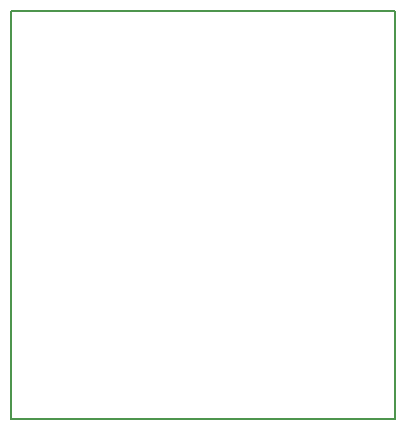
<source format=gbr>
%TF.GenerationSoftware,KiCad,Pcbnew,9.0.6*%
%TF.CreationDate,2025-11-21T12:23:08-05:00*%
%TF.ProjectId,ESP32C6-2,45535033-3243-4362-9d32-2e6b69636164,rev?*%
%TF.SameCoordinates,Original*%
%TF.FileFunction,Profile,NP*%
%FSLAX46Y46*%
G04 Gerber Fmt 4.6, Leading zero omitted, Abs format (unit mm)*
G04 Created by KiCad (PCBNEW 9.0.6) date 2025-11-21 12:23:08*
%MOMM*%
%LPD*%
G01*
G04 APERTURE LIST*
%TA.AperFunction,Profile*%
%ADD10C,0.200000*%
%TD*%
G04 APERTURE END LIST*
D10*
X117000000Y-46500000D02*
X149500000Y-46500000D01*
X149500000Y-81000000D01*
X117000000Y-81000000D01*
X117000000Y-46500000D01*
M02*

</source>
